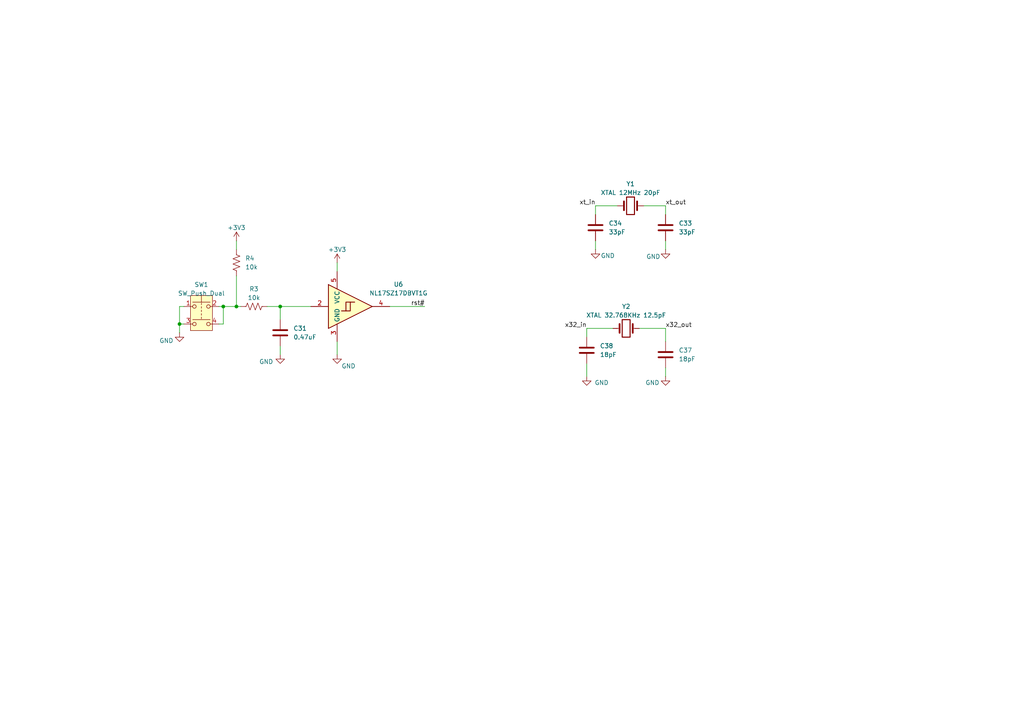
<source format=kicad_sch>
(kicad_sch (version 20250114) (generator "eeschema") (generator_version "9.0")
  (paper "A4")
  (lib_symbols
    (symbol "74xGxx:74AUP1G17"
      (property "Reference" "U" (at 0 3.81 0))
      (property "Value" "74AUP1G17" (at 0 -3.81 0))
      (symbol "74AUP1G17_0_1"
        (polyline (pts (xy -7.62 6.35) (xy -7.62 -6.35) (xy 5.08 0) (xy -7.62 6.35)) (stroke (width 0.254)) (fill (type background)))
        (polyline (pts (xy -3.81 -1.27) (xy -2.54 -1.27) (xy -2.54 1.27) (xy -1.27 1.27)) (stroke (width 0.254)) (fill (type background)))
        (polyline (pts (xy -2.54 -1.27) (xy -1.27 -1.27) (xy -1.27 1.27) (xy 0 1.27)) (stroke (width 0.254)) (fill (type background)))
      )
      (symbol "74AUP1G17_1_1"
        (pin input line (at -12.7 0 0) (length 5.08) (name "~") (number "2"))
        (pin no_connect line (at -7.62 5.08 180) (length 5.08) (hide yes) (name "NC") (number "1"))
        (pin power_in line (at -5.08 10.16 270) (length 5.08) (name "VCC") (number "5"))
        (pin power_in line (at -5.08 -10.16 90) (length 5.08) (name "GND") (number "3"))
        (pin output line (at 10.16 0 180) (length 5.08) (name "~") (number "4"))
      )
    )
    (symbol "Device:C" (pin_numbers (hide yes)) (pin_names (offset 0.254))
      (property "Reference" "C" (at 0.635 2.54 0))
      (property "Value" "C" (at 0.635 -2.54 0))
      (symbol "C_0_1"
        (polyline (pts (xy -2.032 0.762) (xy 2.032 0.762)) (stroke (width 0.508)))
        (polyline (pts (xy -2.032 -0.762) (xy 2.032 -0.762)) (stroke (width 0.508)))
      )
      (symbol "C_1_1"
        (pin passive line (at 0 3.81 270) (length 2.794) (name "~") (number "1"))
        (pin passive line (at 0 -3.81 90) (length 2.794) (name "~") (number "2"))
      )
    )
    (symbol "Device:Crystal" (pin_numbers (hide yes)) (pin_names (offset 1.016) (hide yes))
      (property "Reference" "Y" (at 0 3.81 0))
      (property "Value" "Crystal" (at 0 -3.81 0))
      (symbol "Crystal_0_1"
        (polyline (pts (xy -2.54 0) (xy -1.905 0)))
        (polyline (pts (xy -1.905 -1.27) (xy -1.905 1.27)) (stroke (width 0.508)))
        (rectangle (start -1.143 2.54) (end 1.143 -2.54) (stroke (width 0.3048)))
        (polyline (pts (xy 1.905 -1.27) (xy 1.905 1.27)) (stroke (width 0.508)))
        (polyline (pts (xy 2.54 0) (xy 1.905 0)))
      )
      (symbol "Crystal_1_1"
        (pin passive line (at -3.81 0 0) (length 1.27) (name "1") (number "1"))
        (pin passive line (at 3.81 0 180) (length 1.27) (name "2") (number "2"))
      )
    )
    (symbol "Device:R_US" (pin_numbers (hide yes)) (pin_names (offset 0))
      (property "Reference" "R" (at 2.54 0 90))
      (property "Value" "R_US" (at -2.54 0 90))
      (symbol "R_US_0_1"
        (polyline (pts (xy 0 2.286) (xy 0 2.54)))
        (polyline (pts (xy 0 2.286) (xy 1.016 1.905) (xy 0 1.524) (xy -1.016 1.143) (xy 0 0.762)))
        (polyline (pts (xy 0 0.762) (xy 1.016 0.381) (xy 0 0) (xy -1.016 -0.381) (xy 0 -0.762)))
        (polyline (pts (xy 0 -0.762) (xy 1.016 -1.143) (xy 0 -1.524) (xy -1.016 -1.905) (xy 0 -2.286)))
        (polyline (pts (xy 0 -2.286) (xy 0 -2.54)))
      )
      (symbol "R_US_1_1"
        (pin passive line (at 0 3.81 270) (length 1.27) (name "~") (number "1"))
        (pin passive line (at 0 -3.81 90) (length 1.27) (name "~") (number "2"))
      )
    )
    (symbol "Switch:SW_Push_Dual" (pin_names (offset 1.016) (hide yes))
      (property "Reference" "SW" (at 0 7.62 0))
      (property "Value" "SW_Push_Dual" (at 0 -6.35 0))
      (symbol "SW_Push_Dual_0_1"
        (circle (center -2.032 2.54) (radius 0.508))
        (circle (center -2.032 -2.54) (radius 0.508))
        (polyline (pts (xy 0 3.81) (xy 0 5.588)))
        (polyline (pts (xy 0 3.048) (xy 0 3.556)))
        (polyline (pts (xy 0 2.032) (xy 0 2.54)))
        (polyline (pts (xy 0 1.016) (xy 0 1.524)))
        (polyline (pts (xy 0 0.508) (xy 0 0)))
        (polyline (pts (xy 0 -0.508) (xy 0 -1.016)))
        (circle (center 2.032 2.54) (radius 0.508))
        (circle (center 2.032 -2.54) (radius 0.508))
        (polyline (pts (xy 2.54 3.81) (xy -2.54 3.81)))
        (polyline (pts (xy 2.54 -1.27) (xy -2.54 -1.27)))
        (pin passive line (at -5.08 2.54 0) (length 2.54) (name "1") (number "1"))
        (pin passive line (at -5.08 -2.54 0) (length 2.54) (name "3") (number "3"))
        (pin passive line (at 5.08 2.54 180) (length 2.54) (name "2") (number "2"))
        (pin passive line (at 5.08 -2.54 180) (length 2.54) (name "4") (number "4"))
      )
      (symbol "SW_Push_Dual_1_1"
        (rectangle (start -3.175 5.715) (end 3.175 -4.445) (fill (type background)))
      )
    )
    (symbol "power:+3V3" (power) (pin_numbers (hide yes)) (pin_names (offset 0) (hide yes))
      (property "Value" "+3V3" (at 0 3.556 0))
      (symbol "+3V3_0_1"
        (polyline (pts (xy -0.762 1.27) (xy 0 2.54)))
        (polyline (pts (xy 0 2.54) (xy 0.762 1.27)))
        (polyline (pts (xy 0 0) (xy 0 2.54)))
      )
      (symbol "+3V3_1_1"
        (pin power_in line (at 0 0 90) (length 0) (name "~") (number "1"))
      )
    )
    (symbol "power:GND" (power) (pin_numbers (hide yes)) (pin_names (offset 0) (hide yes))
      (property "Value" "GND" (at 0 -3.81 0))
      (symbol "GND_0_1"
        (polyline (pts (xy 0 0) (xy 0 -1.27) (xy 1.27 -1.27) (xy 0 -2.54) (xy -1.27 -1.27) (xy 0 -1.27)))
      )
      (symbol "GND_1_1"
        (pin power_in line (at 0 0 270) (length 0) (name "~") (number "1"))
      )
    )
  )
  (junction (at 81.28 88.9))
  (junction (at 64.77 88.9))
  (junction (at 52.07 93.98))
  (junction (at 68.58 88.9))
  (wire (pts (xy 52.07 88.9) (xy 52.07 93.98)))
  (wire (pts (xy 68.58 80.01) (xy 68.58 88.9)))
  (wire (pts (xy 113.03 88.9) (xy 123.19 88.9)))
  (wire (pts (xy 81.28 88.9) (xy 90.17 88.9)))
  (wire (pts (xy 81.28 100.33) (xy 81.28 102.87)))
  (wire (pts (xy 68.58 69.85) (xy 68.58 72.39)))
  (wire (pts (xy 63.5 88.9) (xy 64.77 88.9)))
  (wire (pts (xy 193.04 106.68) (xy 193.04 109.22)))
  (wire (pts (xy 186.69 59.69) (xy 193.04 59.69)))
  (wire (pts (xy 179.07 59.69) (xy 172.72 59.69)))
  (wire (pts (xy 81.28 88.9) (xy 81.28 92.71)))
  (wire (pts (xy 52.07 93.98) (xy 52.07 96.52)))
  (wire (pts (xy 170.18 105.41) (xy 170.18 109.22)))
  (wire (pts (xy 77.47 88.9) (xy 81.28 88.9)))
  (wire (pts (xy 63.5 93.98) (xy 64.77 93.98)))
  (wire (pts (xy 52.07 93.98) (xy 53.34 93.98)))
  (wire (pts (xy 172.72 69.85) (xy 172.72 72.39)))
  (wire (pts (xy 170.18 97.79) (xy 170.18 95.25)))
  (wire (pts (xy 193.04 69.85) (xy 193.04 72.39)))
  (wire (pts (xy 170.18 95.25) (xy 177.8 95.25)))
  (wire (pts (xy 193.04 95.25) (xy 193.04 99.06)))
  (wire (pts (xy 97.79 76.2) (xy 97.79 78.74)))
  (wire (pts (xy 64.77 88.9) (xy 68.58 88.9)))
  (wire (pts (xy 64.77 88.9) (xy 64.77 93.98)))
  (wire (pts (xy 185.42 95.25) (xy 193.04 95.25)))
  (wire (pts (xy 53.34 88.9) (xy 52.07 88.9)))
  (wire (pts (xy 172.72 59.69) (xy 172.72 62.23)))
  (wire (pts (xy 193.04 59.69) (xy 193.04 62.23)))
  (wire (pts (xy 97.79 99.06) (xy 97.79 102.87)))
  (wire (pts (xy 68.58 88.9) (xy 69.85 88.9)))
  (label "rst#" (at 123.19 88.9 180))
  (label "xt_in" (at 172.72 59.69 180))
  (label "x32_in" (at 170.18 95.25 180))
  (label "x32_out" (at 193.04 95.25 0))
  (label "xt_out" (at 193.04 59.69 0))
  (symbol (lib_id "Device:C") (at 170.18 101.6 0) (unit 1)
    (property "Reference" "C38" (at 173.99 100.3299 0) (effects (justify left)))
    (property "Value" "18pF" (at 173.99 102.8699 0) (effects (justify left)))
    (property "Description" "Unpolarized capacitor" (effects (hide yes)))
  )
  (symbol (lib_id "power:GND") (at 52.07 96.52 0) (unit 1)
    (property "Reference" "#PWR045" (effects (hide yes)))
    (property "Value" "GND" (at 48.26 98.806 0))
    (property "Description" "Power symbol creates a global label with name \"GND\" , ground" (effects (hide yes)))
  )
  (symbol (lib_id "power:+3V3") (at 97.79 76.2 0) (unit 1)
    (property "Reference" "#PWR049" (effects (hide yes)))
    (property "Value" "+3V3" (at 97.79 72.39 0))
    (property "Description" "Power symbol creates a global label with name \"+3V3\"" (effects (hide yes)))
  )
  (symbol (lib_id "Device:R_US") (at 68.58 76.2 0) (unit 1)
    (property "Reference" "R4" (at 71.12 74.9299 0) (effects (justify left)))
    (property "Value" "10k" (at 71.12 77.4699 0) (effects (justify left)))
    (property "Description" "Resistor, US symbol" (effects (hide yes)))
  )
  (symbol (lib_id "Device:Crystal") (at 181.61 95.25 0) (unit 1)
    (property "Reference" "Y2" (at 181.61 88.9 0))
    (property "Value" "XTAL 32.768KHz 12.5pF" (at 181.61 91.44 0))
    (property "Datasheet" "https://www.jauch.com/downloadfile/57fdee275913a_20d22ff4fb2819939c7d/jtx310.pdf" (effects (hide yes)))
    (property "Description" "32.768 kHz ±20ppm Crystal 12.5pF 70 kOhms 2-SMD, No Lead" (effects (hide yes)))
    (property "Digikey" "https://www.digikey.com/en/products/detail/jauch-quartz/Q-0-032768-JTX310-12-5-20-T2-70K-LF/26600916" (effects (hide yes)))
    (property "Mfr." "Jauch Quartz" (effects (hide yes)))
    (property "Mfr. P/N" "Q 0,032768-JTX310-12,5-20-T2-70K-LF" (effects (hide yes)))
  )
  (symbol (lib_id "74xGxx:74AUP1G17") (at 102.87 88.9 0) (unit 1)
    (property "Reference" "U6" (at 115.57 82.4798 0))
    (property "Value" "NL17SZ17DBVT1G" (at 115.57 85.0198 0))
    (property "Footprint" "Package_TO_SOT_SMD:SC-74A-5_1.55x2.9mm_P0.95mm" (effects (hide yes)))
    (property "Datasheet" "https://www.onsemi.com/pdf/datasheet/nl17sz17-d.pdf" (effects (hide yes)))
    (property "Description" "IC BUFFER NON-INVERT 5.5V SC-74A" (effects (hide yes)))
    (property "Digikey" "https://www.digikey.com/en/products/detail/onsemi/NL17SZ17DBVT1G/10273446" (effects (hide yes)))
    (property "Mfr." "onsemi" (effects (hide yes)))
    (property "Mfr. P/N" "NL17SZ17DBVT1G" (effects (hide yes)))
  )
  (symbol (lib_id "Device:R_US") (at 73.66 88.9 90) (unit 1)
    (property "Reference" "R3" (at 73.66 83.82 90))
    (property "Value" "10k" (at 73.66 86.36 90))
    (property "Description" "Resistor, US symbol" (effects (hide yes)))
  )
  (symbol (lib_id "power:GND") (at 97.79 102.87 0) (unit 1)
    (property "Reference" "#PWR048" (effects (hide yes)))
    (property "Value" "GND" (at 101.092 106.172 0))
    (property "Description" "Power symbol creates a global label with name \"GND\" , ground" (effects (hide yes)))
  )
  (symbol (lib_id "Device:C") (at 81.28 96.52 0) (unit 1)
    (property "Reference" "C31" (at 85.09 95.2499 0) (effects (justify left)))
    (property "Value" "0.47uF" (at 85.09 97.7899 0) (effects (justify left)))
    (property "Description" "Unpolarized capacitor" (effects (hide yes)))
  )
  (symbol (lib_id "Device:C") (at 193.04 66.04 0) (unit 1)
    (property "Reference" "C33" (at 196.85 64.7699 0) (effects (justify left)))
    (property "Value" "33pF" (at 196.85 67.3099 0) (effects (justify left)))
    (property "Description" "Unpolarized capacitor" (effects (hide yes)))
  )
  (symbol (lib_id "power:GND") (at 170.18 109.22 0) (unit 1)
    (property "Reference" "#PWR063" (effects (hide yes)))
    (property "Value" "GND" (at 174.498 110.998 0))
    (property "Description" "Power symbol creates a global label with name \"GND\" , ground" (effects (hide yes)))
  )
  (symbol (lib_id "power:+3V3") (at 68.58 69.85 0) (unit 1)
    (property "Reference" "#PWR047" (effects (hide yes)))
    (property "Value" "+3V3" (at 68.58 66.04 0))
    (property "Description" "Power symbol creates a global label with name \"+3V3\"" (effects (hide yes)))
  )
  (symbol (lib_id "Device:Crystal") (at 182.88 59.69 0) (unit 1)
    (property "Reference" "Y1" (at 182.88 53.34 0))
    (property "Value" "XTAL 12MHz 20pF" (at 182.88 55.88 0))
    (property "Datasheet" "https://www.yic.com.tw/wp-content/uploads/2019/05/YIC-49US-49SL-49SMT-49SLMT.pdf" (effects (hide yes)))
    (property "Description" "12 MHz ±30ppm Crystal 20pF 50 Ohms HC-49/US" (effects (hide yes)))
    (property "Digikey" "https://www.digikey.com/en/products/detail/yic/12M20P2-49SMT/15648605" (effects (hide yes)))
    (property "Mfr." "YIC" (effects (hide yes)))
    (property "Mfr. P/N" "12M20P2/49SMT" (effects (hide yes)))
  )
  (symbol (lib_id "power:GND") (at 81.28 102.87 0) (unit 1)
    (property "Reference" "#PWR046" (effects (hide yes)))
    (property "Value" "GND" (at 77.216 104.902 0))
    (property "Description" "Power symbol creates a global label with name \"GND\" , ground" (effects (hide yes)))
  )
  (symbol (lib_id "Device:C") (at 193.04 102.87 0) (unit 1)
    (property "Reference" "C37" (at 196.85 101.5999 0) (effects (justify left)))
    (property "Value" "18pF" (at 196.85 104.1399 0) (effects (justify left)))
    (property "Description" "Unpolarized capacitor" (effects (hide yes)))
  )
  (symbol (lib_id "Switch:SW_Push_Dual") (at 58.42 91.44 0) (unit 1)
    (property "Reference" "SW1" (at 58.42 82.55 0))
    (property "Value" "SW_Push_Dual" (at 58.42 85.09 0))
    (property "Description" "Push button switch, generic, symbol, four pins" (effects (hide yes)))
  )
  (symbol (lib_id "power:GND") (at 193.04 72.39 0) (unit 1)
    (property "Reference" "#PWR060" (effects (hide yes)))
    (property "Value" "GND" (at 189.484 74.422 0))
    (property "Description" "Power symbol creates a global label with name \"GND\" , ground" (effects (hide yes)))
  )
  (symbol (lib_id "power:GND") (at 172.72 72.39 0) (unit 1)
    (property "Reference" "#PWR061" (effects (hide yes)))
    (property "Value" "GND" (at 176.276 74.168 0))
    (property "Description" "Power symbol creates a global label with name \"GND\" , ground" (effects (hide yes)))
  )
  (symbol (lib_id "power:GND") (at 193.04 109.22 0) (unit 1)
    (property "Reference" "#PWR062" (effects (hide yes)))
    (property "Value" "GND" (at 189.23 110.998 0))
    (property "Description" "Power symbol creates a global label with name \"GND\" , ground" (effects (hide yes)))
  )
  (symbol (lib_id "Device:C") (at 172.72 66.04 0) (unit 1)
    (property "Reference" "C34" (at 176.53 64.7699 0) (effects (justify left)))
    (property "Value" "33pF" (at 176.53 67.3099 0) (effects (justify left)))
    (property "Description" "Unpolarized capacitor" (effects (hide yes)))
  )
)
</source>
